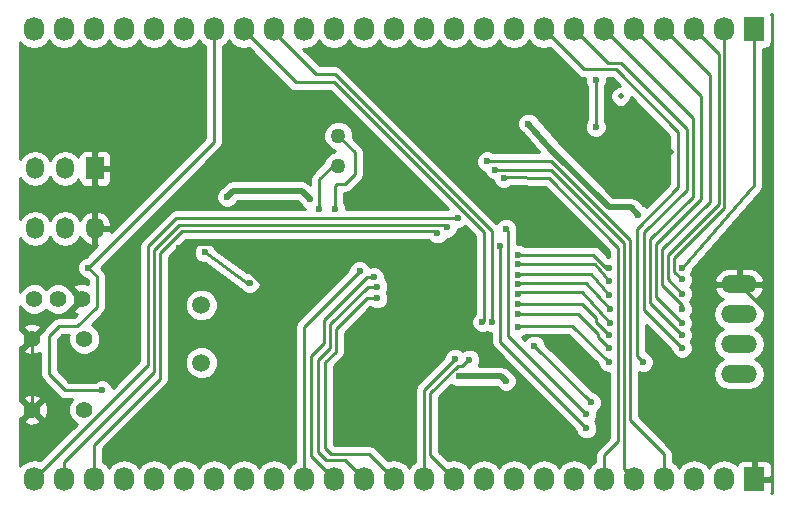
<source format=gbl>
G04 #@! TF.FileFunction,Copper,L2,Bot,Signal*
%FSLAX46Y46*%
G04 Gerber Fmt 4.6, Leading zero omitted, Abs format (unit mm)*
G04 Created by KiCad (PCBNEW 4.0.7-e2-6376~58~ubuntu14.04.1) date Wed Mar 28 12:10:58 2018*
%MOMM*%
%LPD*%
G01*
G04 APERTURE LIST*
%ADD10C,0.100000*%
%ADD11C,1.501140*%
%ADD12R,1.727200X2.032000*%
%ADD13O,1.727200X2.032000*%
%ADD14C,1.397000*%
%ADD15C,1.270000*%
%ADD16O,3.014980X1.506220*%
%ADD17C,1.400000*%
%ADD18R,1.524000X1.824000*%
%ADD19O,1.524000X1.824000*%
%ADD20C,0.500000*%
%ADD21C,0.600000*%
%ADD22C,0.500000*%
%ADD23C,0.250000*%
%ADD24C,0.254000*%
G04 APERTURE END LIST*
D10*
D11*
X131000000Y-99559060D03*
X131000000Y-104440940D03*
D12*
X177800000Y-76200000D03*
D13*
X175260000Y-76200000D03*
X172720000Y-76200000D03*
X170180000Y-76200000D03*
X167640000Y-76200000D03*
X165100000Y-76200000D03*
X162560000Y-76200000D03*
X160020000Y-76200000D03*
X157480000Y-76200000D03*
X154940000Y-76200000D03*
X152400000Y-76200000D03*
X149860000Y-76200000D03*
X147320000Y-76200000D03*
X144780000Y-76200000D03*
X142240000Y-76200000D03*
X139700000Y-76200000D03*
X137160000Y-76200000D03*
X134620000Y-76200000D03*
X132080000Y-76200000D03*
X129540000Y-76200000D03*
X127000000Y-76200000D03*
X124460000Y-76200000D03*
X121920000Y-76200000D03*
X119380000Y-76200000D03*
X116840000Y-76200000D03*
D12*
X177800000Y-114300000D03*
D13*
X175260000Y-114300000D03*
X172720000Y-114300000D03*
X170180000Y-114300000D03*
X167640000Y-114300000D03*
X165100000Y-114300000D03*
X162560000Y-114300000D03*
X160020000Y-114300000D03*
X157480000Y-114300000D03*
X154940000Y-114300000D03*
X152400000Y-114300000D03*
X149860000Y-114300000D03*
X147320000Y-114300000D03*
X144780000Y-114300000D03*
X142240000Y-114300000D03*
X139700000Y-114300000D03*
X137160000Y-114300000D03*
X134620000Y-114300000D03*
X132080000Y-114300000D03*
X129540000Y-114300000D03*
X127000000Y-114300000D03*
X124460000Y-114300000D03*
X121920000Y-114300000D03*
X119380000Y-114300000D03*
X116840000Y-114300000D03*
D14*
X116690000Y-102420000D03*
X121090000Y-102420000D03*
X116690000Y-108420000D03*
X121090000Y-108420000D03*
D15*
X142600000Y-87770000D03*
X142600000Y-85230000D03*
D16*
X176530000Y-97790000D03*
X176530000Y-105410000D03*
X176530000Y-102870000D03*
X176530000Y-100330000D03*
D17*
X120870000Y-99060000D03*
X118870000Y-99060000D03*
X116870000Y-99060000D03*
D18*
X122000000Y-88000000D03*
D19*
X122000000Y-93080000D03*
X119460000Y-88000000D03*
X119460000Y-93080000D03*
X116920000Y-88000000D03*
X116920000Y-93080000D03*
D20*
X122800000Y-83700000D03*
X165700000Y-88000000D03*
X135500000Y-109600000D03*
X136900000Y-104800000D03*
X170800000Y-86600000D03*
X178900000Y-80100000D03*
X125500000Y-102400000D03*
X166500000Y-81900000D03*
D21*
X146100000Y-104700000D03*
X146200000Y-109200000D03*
X160400000Y-91500000D03*
X164700000Y-94500000D03*
X136200000Y-79500000D03*
X150800000Y-82600000D03*
X158800000Y-82600000D03*
X146600000Y-88700000D03*
X148700000Y-89800000D03*
X149100000Y-95300000D03*
X153100000Y-93600000D03*
X140000000Y-88800000D03*
X133000000Y-89100000D03*
X136400000Y-98100000D03*
X129100000Y-94700000D03*
X135100000Y-94300000D03*
X158700000Y-84200000D03*
X168000000Y-91900000D03*
X156800000Y-106000000D03*
X164000000Y-107800000D03*
X159200000Y-103000000D03*
X133200000Y-90400000D03*
X140200000Y-90600000D03*
X131300000Y-95100000D03*
X152800000Y-105600000D03*
X135100000Y-97700000D03*
X141000000Y-91400000D03*
X142300000Y-91400000D03*
X157800000Y-95300000D03*
X165500000Y-96400000D03*
X171700000Y-96400000D03*
X165500000Y-97500000D03*
X171700000Y-97400000D03*
X157800000Y-96100000D03*
X171700000Y-98600000D03*
X165500000Y-98700000D03*
X157800000Y-97000000D03*
X157800000Y-97800000D03*
X165600000Y-99900000D03*
X171700000Y-99900000D03*
X171700000Y-101100000D03*
X165600000Y-101100000D03*
X157800000Y-98600000D03*
X171700000Y-102100000D03*
X165500000Y-102100000D03*
X157800000Y-99500000D03*
X157800000Y-100300000D03*
X165500000Y-103200000D03*
X171700000Y-103200000D03*
X157800000Y-101400000D03*
X165500000Y-104400000D03*
X168400000Y-104400000D03*
X164400000Y-80500000D03*
X164400000Y-84500000D03*
X155600000Y-101000000D03*
X154800000Y-101000000D03*
X122600000Y-106800000D03*
X121400000Y-96400000D03*
X163600000Y-108800000D03*
X156800000Y-93100000D03*
X163600000Y-110000000D03*
X156300000Y-94600000D03*
X155200000Y-87400000D03*
X155900000Y-88100000D03*
X156600000Y-88800000D03*
X153700000Y-104200000D03*
X152500000Y-104100000D03*
X145900000Y-99000000D03*
X145900000Y-98000000D03*
X145600000Y-97200000D03*
X144400000Y-96700000D03*
X151000000Y-93500000D03*
X151800000Y-93000000D03*
X152700000Y-92200000D03*
D22*
X146100000Y-109100000D02*
X146100000Y-104700000D01*
X146200000Y-109200000D02*
X146100000Y-109100000D01*
D23*
X160400000Y-91500000D02*
X163400000Y-94500000D01*
X163400000Y-94500000D02*
X164700000Y-94500000D01*
D22*
X146600000Y-86700000D02*
X146600000Y-88700000D01*
X143400000Y-83500000D02*
X146600000Y-86700000D01*
X140200000Y-83500000D02*
X143400000Y-83500000D01*
X136200000Y-79500000D02*
X140200000Y-83500000D01*
X158800000Y-82600000D02*
X150800000Y-82600000D01*
D23*
X116690000Y-102420000D02*
X116690000Y-102400000D01*
X116690000Y-102400000D02*
X118630000Y-100460000D01*
X119470000Y-100460000D02*
X120870000Y-99060000D01*
X118630000Y-100460000D02*
X119470000Y-100460000D01*
X177800000Y-114300000D02*
X177800000Y-108500000D01*
X177800000Y-108500000D02*
X178800000Y-107500000D01*
X178800000Y-107500000D02*
X178800000Y-100060000D01*
X178800000Y-100060000D02*
X176530000Y-97790000D01*
X146600000Y-88700000D02*
X147700000Y-89800000D01*
X147700000Y-89800000D02*
X148700000Y-89800000D01*
X151400000Y-95300000D02*
X149100000Y-95300000D01*
X153100000Y-93600000D02*
X151400000Y-95300000D01*
X134400000Y-88800000D02*
X140000000Y-88800000D01*
X133000000Y-89100000D02*
X134400000Y-88800000D01*
X135100000Y-94300000D02*
X135100000Y-96800000D01*
X135100000Y-96800000D02*
X136400000Y-98100000D01*
X129400000Y-94400000D02*
X129100000Y-94700000D01*
X135000000Y-94400000D02*
X129400000Y-94400000D01*
X135100000Y-94300000D02*
X135000000Y-94400000D01*
X116690000Y-102420000D02*
X116690000Y-108420000D01*
X120870000Y-99060000D02*
X120870000Y-99090000D01*
D22*
X160600000Y-86400000D02*
X158700000Y-84200000D01*
X165500000Y-91300000D02*
X160600000Y-86400000D01*
X167400000Y-91300000D02*
X165500000Y-91300000D01*
X167400000Y-91300000D02*
X168000000Y-91900000D01*
D23*
X164000000Y-107800000D02*
X164000000Y-107800000D01*
X159200000Y-103000000D02*
X164000000Y-107800000D01*
D22*
X133200000Y-90400000D02*
X133700000Y-89900000D01*
X133700000Y-89900000D02*
X139500000Y-89900000D01*
X139500000Y-89900000D02*
X140200000Y-90600000D01*
D23*
X131300000Y-95100000D02*
X134900000Y-97700000D01*
D22*
X152800000Y-105600000D02*
X156400000Y-105600000D01*
X156400000Y-105600000D02*
X156800000Y-106000000D01*
D23*
X134900000Y-97700000D02*
X135100000Y-97700000D01*
X141000000Y-88900000D02*
X142130000Y-87770000D01*
X141000000Y-91400000D02*
X141000000Y-88900000D01*
X142130000Y-87770000D02*
X142600000Y-87770000D01*
X144000000Y-86630000D02*
X142600000Y-85230000D01*
X144000000Y-88500000D02*
X144000000Y-86630000D01*
X143200000Y-89300000D02*
X144000000Y-88500000D01*
X142500000Y-89300000D02*
X143200000Y-89300000D01*
X142300000Y-89500000D02*
X142500000Y-89300000D01*
X142300000Y-91400000D02*
X142300000Y-89500000D01*
X157800000Y-95300000D02*
X164200000Y-95300000D01*
X164200000Y-95300000D02*
X165300000Y-96400000D01*
X165300000Y-96400000D02*
X165500000Y-96400000D01*
X171700000Y-96400000D02*
X177800000Y-89385000D01*
X177800000Y-76160000D02*
X177800000Y-89385000D01*
X171050000Y-95550000D02*
X171050000Y-96750000D01*
X157800000Y-96100000D02*
X164300000Y-96100000D01*
X164300000Y-96100000D02*
X165500000Y-97500000D01*
X171050000Y-95550000D02*
X175270367Y-91329633D01*
X175270367Y-91329633D02*
X175259931Y-76100000D01*
X171050000Y-96750000D02*
X171700000Y-97400000D01*
X157800000Y-96100000D02*
X157800000Y-96100000D01*
X170500000Y-95300000D02*
X170500000Y-97400000D01*
X170500000Y-95300000D02*
X174800000Y-91000000D01*
X174800000Y-91000000D02*
X174800000Y-78280000D01*
X174800000Y-78280000D02*
X172720000Y-76200000D01*
X170500000Y-97400000D02*
X171700000Y-98600000D01*
X164000000Y-96900000D02*
X165500000Y-98700000D01*
X157900000Y-96900000D02*
X164000000Y-96900000D01*
X157800000Y-97000000D02*
X157900000Y-96900000D01*
X170000000Y-94900000D02*
X170000000Y-97900000D01*
X170180000Y-76200000D02*
X174100000Y-80120000D01*
X174100000Y-90800000D02*
X174100000Y-80120000D01*
X170050000Y-94850000D02*
X174100000Y-90800000D01*
X170000000Y-94900000D02*
X170050000Y-94850000D01*
X171700000Y-99600000D02*
X171700000Y-99900000D01*
X170000000Y-97900000D02*
X171700000Y-99600000D01*
X157800000Y-97800000D02*
X157900000Y-97700000D01*
X157900000Y-97700000D02*
X163600000Y-97700000D01*
X163600000Y-97700000D02*
X165600000Y-99900000D01*
X171700000Y-99900000D02*
X171600000Y-99800000D01*
X169500000Y-94400000D02*
X169500000Y-98900000D01*
X167640000Y-76200000D02*
X173300000Y-81860000D01*
X173300000Y-90600000D02*
X173300000Y-81860000D01*
X169500000Y-94400000D02*
X173300000Y-90600000D01*
X169500000Y-98900000D02*
X171700000Y-101100000D01*
X171700000Y-101100000D02*
X171600000Y-101000000D01*
X163200000Y-98500000D02*
X165600000Y-101100000D01*
X157900000Y-98500000D02*
X163200000Y-98500000D01*
X157800000Y-98600000D02*
X157900000Y-98500000D01*
X172600000Y-83700000D02*
X165050000Y-76150000D01*
X172600000Y-90400000D02*
X172600000Y-83700000D01*
X169000000Y-94000000D02*
X172600000Y-90400000D01*
X169000000Y-99400000D02*
X169000000Y-94000000D01*
X171700000Y-102100000D02*
X169000000Y-99400000D01*
X164400000Y-101000000D02*
X165500000Y-102100000D01*
X164400000Y-100700000D02*
X164400000Y-101000000D01*
X163200000Y-99500000D02*
X164400000Y-100700000D01*
X157800000Y-99500000D02*
X163200000Y-99500000D01*
X166500000Y-79100000D02*
X165460000Y-79100000D01*
X157800000Y-100300000D02*
X162900000Y-100300000D01*
X162900000Y-100300000D02*
X164600000Y-102000000D01*
X164600000Y-102000000D02*
X164600000Y-102300000D01*
X164600000Y-102300000D02*
X165500000Y-103200000D01*
X171700000Y-103200000D02*
X168500000Y-100000000D01*
X168500000Y-100000000D02*
X168500000Y-93400000D01*
X168500000Y-93400000D02*
X172100000Y-89800000D01*
X172100000Y-89800000D02*
X172100000Y-84700000D01*
X172100000Y-84700000D02*
X166500000Y-79100000D01*
X165460000Y-79100000D02*
X162560000Y-76200000D01*
X164100000Y-79600000D02*
X163420000Y-79600000D01*
X157800000Y-101400000D02*
X157900000Y-101300000D01*
X157900000Y-101300000D02*
X162400000Y-101300000D01*
X162400000Y-101300000D02*
X165500000Y-104400000D01*
X168400000Y-104400000D02*
X167900000Y-103900000D01*
X167900000Y-103900000D02*
X167900000Y-93100000D01*
X167900000Y-93100000D02*
X171400000Y-89600000D01*
X171400000Y-89600000D02*
X171400000Y-84900000D01*
X171400000Y-84900000D02*
X166100000Y-79600000D01*
X166100000Y-79600000D02*
X164100000Y-79600000D01*
X163420000Y-79600000D02*
X160020000Y-76200000D01*
X164400000Y-84500000D02*
X164400000Y-80500000D01*
X140700000Y-80000000D02*
X137100000Y-76400000D01*
X142300000Y-80000000D02*
X140700000Y-80000000D01*
X155600000Y-93300000D02*
X142300000Y-80000000D01*
X155600000Y-101000000D02*
X155600000Y-93300000D01*
X139000000Y-80700000D02*
X134600000Y-76300000D01*
X142200000Y-80700000D02*
X139000000Y-80700000D01*
X154900000Y-93400000D02*
X142200000Y-80700000D01*
X154900000Y-100900000D02*
X154900000Y-93400000D01*
X154800000Y-101000000D02*
X154900000Y-100900000D01*
X122135000Y-99740000D02*
X122135000Y-97135000D01*
X122600000Y-106800000D02*
X119500000Y-106800000D01*
X119500000Y-106800000D02*
X118100000Y-105400000D01*
X118100000Y-105400000D02*
X118100000Y-102200000D01*
X118100000Y-102200000D02*
X118925000Y-101375000D01*
X118925000Y-101375000D02*
X120500000Y-101375000D01*
X120500000Y-101375000D02*
X122135000Y-99740000D01*
X122135000Y-97135000D02*
X121400000Y-96400000D01*
X132080000Y-85720000D02*
X132080000Y-76130000D01*
X121400000Y-96400000D02*
X132080000Y-85720000D01*
X157000000Y-102200000D02*
X163600000Y-108800000D01*
X157000000Y-93300000D02*
X157000000Y-102200000D01*
X156800000Y-93100000D02*
X157000000Y-93300000D01*
X156300000Y-102700000D02*
X163600000Y-110000000D01*
X156300000Y-94600000D02*
X156300000Y-102700000D01*
X156300000Y-94600000D02*
X156300000Y-94600000D01*
X170180000Y-114300000D02*
X170180000Y-112180000D01*
X155200000Y-87400000D02*
X156000000Y-87400000D01*
X156000000Y-87400000D02*
X160600000Y-87400000D01*
X160600000Y-87400000D02*
X167300000Y-94100000D01*
X167300000Y-94100000D02*
X167300000Y-109300000D01*
X167300000Y-109300000D02*
X170000000Y-112000000D01*
X170180000Y-112180000D02*
X170000000Y-112000000D01*
X166800000Y-112600000D02*
X166800000Y-113460000D01*
X166800000Y-94300000D02*
X166800000Y-112600000D01*
X160600000Y-88100000D02*
X166800000Y-94300000D01*
X156700000Y-88100000D02*
X160600000Y-88100000D01*
X155900000Y-88100000D02*
X156700000Y-88100000D01*
X166800000Y-113460000D02*
X167640000Y-114300000D01*
X166960000Y-113620000D02*
X167640000Y-114300000D01*
X165100000Y-112300000D02*
X165100000Y-114300000D01*
X166300000Y-111100000D02*
X165100000Y-112300000D01*
X166300000Y-94700000D02*
X166300000Y-111100000D01*
X160400000Y-88800000D02*
X166300000Y-94700000D01*
X156700000Y-88700000D02*
X160400000Y-88800000D01*
X156600000Y-88800000D02*
X156700000Y-88700000D01*
X153700000Y-104200000D02*
X153600000Y-104200000D01*
X150400000Y-112300000D02*
X152400000Y-114300000D01*
X150400000Y-107000000D02*
X150400000Y-112300000D01*
X152700000Y-104700000D02*
X150400000Y-107000000D01*
X153100000Y-104700000D02*
X152700000Y-104700000D01*
X153600000Y-104200000D02*
X153100000Y-104700000D01*
X149860000Y-106740000D02*
X149860000Y-114300000D01*
X152500000Y-104100000D02*
X149860000Y-106740000D01*
X145900000Y-99000000D02*
X145000000Y-99000000D01*
X145220000Y-112200000D02*
X147320000Y-114300000D01*
X142000000Y-112200000D02*
X145220000Y-112200000D01*
X141500000Y-111700000D02*
X142000000Y-112200000D01*
X141500000Y-104400000D02*
X141500000Y-111700000D01*
X142400000Y-103500000D02*
X141500000Y-104400000D01*
X142400000Y-101600000D02*
X142400000Y-103500000D01*
X145000000Y-99000000D02*
X142400000Y-101600000D01*
X145900000Y-98000000D02*
X145100000Y-98000000D01*
X143180000Y-112700000D02*
X144780000Y-114300000D01*
X141600000Y-112700000D02*
X143180000Y-112700000D01*
X140900000Y-112000000D02*
X141600000Y-112700000D01*
X140900000Y-104200000D02*
X140900000Y-112000000D01*
X141900000Y-103200000D02*
X140900000Y-104200000D01*
X141900000Y-101200000D02*
X141900000Y-103200000D01*
X145100000Y-98000000D02*
X141900000Y-101200000D01*
X145600000Y-97200000D02*
X145000000Y-97200000D01*
X140300000Y-112360000D02*
X142240000Y-114300000D01*
X140300000Y-103900000D02*
X140300000Y-112360000D01*
X141400000Y-102800000D02*
X140300000Y-103900000D01*
X141400000Y-100800000D02*
X141400000Y-102800000D01*
X145000000Y-97200000D02*
X141400000Y-100800000D01*
X139700000Y-101400000D02*
X139700000Y-114300000D01*
X144400000Y-96700000D02*
X139700000Y-101400000D01*
X121920000Y-111380000D02*
X121920000Y-114300000D01*
X127500000Y-105800000D02*
X121920000Y-111380000D01*
X127500000Y-95200000D02*
X127500000Y-105800000D01*
X129400000Y-93300000D02*
X127500000Y-95200000D01*
X150800000Y-93300000D02*
X129400000Y-93300000D01*
X151000000Y-93500000D02*
X150800000Y-93300000D01*
X119380000Y-112820000D02*
X119380000Y-114300000D01*
X127000000Y-105200000D02*
X119380000Y-112820000D01*
X127000000Y-94900000D02*
X127000000Y-105200000D01*
X129100000Y-92800000D02*
X127000000Y-94900000D01*
X151600000Y-92800000D02*
X129100000Y-92800000D01*
X151800000Y-93000000D02*
X151600000Y-92800000D01*
X126500000Y-104640000D02*
X116840000Y-114300000D01*
X126500000Y-94600000D02*
X126500000Y-104640000D01*
X128900000Y-92200000D02*
X126500000Y-94600000D01*
X152800000Y-92200000D02*
X128900000Y-92200000D01*
D24*
G36*
X179315000Y-115515000D02*
X179268490Y-115515000D01*
X179298600Y-115442309D01*
X179298600Y-114585750D01*
X179139850Y-114427000D01*
X177927000Y-114427000D01*
X177927000Y-114447000D01*
X177673000Y-114447000D01*
X177673000Y-114427000D01*
X177653000Y-114427000D01*
X177653000Y-114173000D01*
X177673000Y-114173000D01*
X177673000Y-112807750D01*
X177927000Y-112807750D01*
X177927000Y-114173000D01*
X179139850Y-114173000D01*
X179298600Y-114014250D01*
X179298600Y-113157691D01*
X179201927Y-112924302D01*
X179023299Y-112745673D01*
X178789910Y-112649000D01*
X178085750Y-112649000D01*
X177927000Y-112807750D01*
X177673000Y-112807750D01*
X177514250Y-112649000D01*
X176810090Y-112649000D01*
X176576701Y-112745673D01*
X176398073Y-112924302D01*
X176334500Y-113077780D01*
X176319670Y-113055585D01*
X175833489Y-112730729D01*
X175260000Y-112616655D01*
X174686511Y-112730729D01*
X174200330Y-113055585D01*
X173990000Y-113370366D01*
X173779670Y-113055585D01*
X173293489Y-112730729D01*
X172720000Y-112616655D01*
X172146511Y-112730729D01*
X171660330Y-113055585D01*
X171450000Y-113370366D01*
X171239670Y-113055585D01*
X170940000Y-112855352D01*
X170940000Y-112180000D01*
X170882148Y-111889161D01*
X170882148Y-111889160D01*
X170717401Y-111642599D01*
X168060000Y-108985198D01*
X168060000Y-105271223D01*
X168213201Y-105334838D01*
X168585167Y-105335162D01*
X168928943Y-105193117D01*
X169192192Y-104930327D01*
X169334838Y-104586799D01*
X169335162Y-104214833D01*
X169193117Y-103871057D01*
X168930327Y-103607808D01*
X168660000Y-103495558D01*
X168660000Y-101234802D01*
X170764878Y-103339680D01*
X170764838Y-103385167D01*
X170906883Y-103728943D01*
X171169673Y-103992192D01*
X171513201Y-104134838D01*
X171885167Y-104135162D01*
X172228943Y-103993117D01*
X172492192Y-103730327D01*
X172634838Y-103386799D01*
X172635162Y-103014833D01*
X172493117Y-102671057D01*
X172472290Y-102650194D01*
X172492192Y-102630327D01*
X172634838Y-102286799D01*
X172635162Y-101914833D01*
X172504931Y-101599649D01*
X172634838Y-101286799D01*
X172635162Y-100914833D01*
X172493117Y-100571057D01*
X172422290Y-100500107D01*
X172492192Y-100430327D01*
X172533851Y-100330000D01*
X174345536Y-100330000D01*
X174451200Y-100861207D01*
X174752104Y-101311542D01*
X175183812Y-101600000D01*
X174752104Y-101888458D01*
X174451200Y-102338793D01*
X174345536Y-102870000D01*
X174451200Y-103401207D01*
X174752104Y-103851542D01*
X175183812Y-104140000D01*
X174752104Y-104428458D01*
X174451200Y-104878793D01*
X174345536Y-105410000D01*
X174451200Y-105941207D01*
X174752104Y-106391542D01*
X175202439Y-106692446D01*
X175733646Y-106798110D01*
X177326354Y-106798110D01*
X177857561Y-106692446D01*
X178307896Y-106391542D01*
X178608800Y-105941207D01*
X178714464Y-105410000D01*
X178608800Y-104878793D01*
X178307896Y-104428458D01*
X177876188Y-104140000D01*
X178307896Y-103851542D01*
X178608800Y-103401207D01*
X178714464Y-102870000D01*
X178608800Y-102338793D01*
X178307896Y-101888458D01*
X177876188Y-101600000D01*
X178307896Y-101311542D01*
X178608800Y-100861207D01*
X178714464Y-100330000D01*
X178608800Y-99798793D01*
X178307896Y-99348458D01*
X177857561Y-99047554D01*
X177854694Y-99046984D01*
X177932919Y-99023846D01*
X178355724Y-98681740D01*
X178615427Y-98203875D01*
X178629783Y-98131674D01*
X178507162Y-97917000D01*
X176657000Y-97917000D01*
X176657000Y-97937000D01*
X176403000Y-97937000D01*
X176403000Y-97917000D01*
X174552838Y-97917000D01*
X174430217Y-98131674D01*
X174444573Y-98203875D01*
X174704276Y-98681740D01*
X175127081Y-99023846D01*
X175205306Y-99046984D01*
X175202439Y-99047554D01*
X174752104Y-99348458D01*
X174451200Y-99798793D01*
X174345536Y-100330000D01*
X172533851Y-100330000D01*
X172634838Y-100086799D01*
X172635162Y-99714833D01*
X172493117Y-99371057D01*
X172372290Y-99250019D01*
X172492192Y-99130327D01*
X172634838Y-98786799D01*
X172635162Y-98414833D01*
X172493117Y-98071057D01*
X172422290Y-98000107D01*
X172492192Y-97930327D01*
X172634838Y-97586799D01*
X172634958Y-97448326D01*
X174430217Y-97448326D01*
X174552838Y-97663000D01*
X176403000Y-97663000D01*
X176403000Y-96401890D01*
X176657000Y-96401890D01*
X176657000Y-97663000D01*
X178507162Y-97663000D01*
X178629783Y-97448326D01*
X178615427Y-97376125D01*
X178355724Y-96898260D01*
X177932919Y-96556154D01*
X177411380Y-96401890D01*
X176657000Y-96401890D01*
X176403000Y-96401890D01*
X175648620Y-96401890D01*
X175127081Y-96556154D01*
X174704276Y-96898260D01*
X174444573Y-97376125D01*
X174430217Y-97448326D01*
X172634958Y-97448326D01*
X172635162Y-97214833D01*
X172504931Y-96899649D01*
X172634838Y-96586799D01*
X172634928Y-96483053D01*
X178373500Y-89883696D01*
X178434204Y-89777524D01*
X178502148Y-89675839D01*
X178507379Y-89649542D01*
X178520687Y-89626266D01*
X178536140Y-89504951D01*
X178560000Y-89385000D01*
X178560000Y-77863440D01*
X178663600Y-77863440D01*
X178898917Y-77819162D01*
X179115041Y-77680090D01*
X179260031Y-77467890D01*
X179311040Y-77216000D01*
X179311040Y-75184000D01*
X179266762Y-74948683D01*
X179225783Y-74885000D01*
X179315000Y-74885000D01*
X179315000Y-115515000D01*
X179315000Y-115515000D01*
G37*
X179315000Y-115515000D02*
X179268490Y-115515000D01*
X179298600Y-115442309D01*
X179298600Y-114585750D01*
X179139850Y-114427000D01*
X177927000Y-114427000D01*
X177927000Y-114447000D01*
X177673000Y-114447000D01*
X177673000Y-114427000D01*
X177653000Y-114427000D01*
X177653000Y-114173000D01*
X177673000Y-114173000D01*
X177673000Y-112807750D01*
X177927000Y-112807750D01*
X177927000Y-114173000D01*
X179139850Y-114173000D01*
X179298600Y-114014250D01*
X179298600Y-113157691D01*
X179201927Y-112924302D01*
X179023299Y-112745673D01*
X178789910Y-112649000D01*
X178085750Y-112649000D01*
X177927000Y-112807750D01*
X177673000Y-112807750D01*
X177514250Y-112649000D01*
X176810090Y-112649000D01*
X176576701Y-112745673D01*
X176398073Y-112924302D01*
X176334500Y-113077780D01*
X176319670Y-113055585D01*
X175833489Y-112730729D01*
X175260000Y-112616655D01*
X174686511Y-112730729D01*
X174200330Y-113055585D01*
X173990000Y-113370366D01*
X173779670Y-113055585D01*
X173293489Y-112730729D01*
X172720000Y-112616655D01*
X172146511Y-112730729D01*
X171660330Y-113055585D01*
X171450000Y-113370366D01*
X171239670Y-113055585D01*
X170940000Y-112855352D01*
X170940000Y-112180000D01*
X170882148Y-111889161D01*
X170882148Y-111889160D01*
X170717401Y-111642599D01*
X168060000Y-108985198D01*
X168060000Y-105271223D01*
X168213201Y-105334838D01*
X168585167Y-105335162D01*
X168928943Y-105193117D01*
X169192192Y-104930327D01*
X169334838Y-104586799D01*
X169335162Y-104214833D01*
X169193117Y-103871057D01*
X168930327Y-103607808D01*
X168660000Y-103495558D01*
X168660000Y-101234802D01*
X170764878Y-103339680D01*
X170764838Y-103385167D01*
X170906883Y-103728943D01*
X171169673Y-103992192D01*
X171513201Y-104134838D01*
X171885167Y-104135162D01*
X172228943Y-103993117D01*
X172492192Y-103730327D01*
X172634838Y-103386799D01*
X172635162Y-103014833D01*
X172493117Y-102671057D01*
X172472290Y-102650194D01*
X172492192Y-102630327D01*
X172634838Y-102286799D01*
X172635162Y-101914833D01*
X172504931Y-101599649D01*
X172634838Y-101286799D01*
X172635162Y-100914833D01*
X172493117Y-100571057D01*
X172422290Y-100500107D01*
X172492192Y-100430327D01*
X172533851Y-100330000D01*
X174345536Y-100330000D01*
X174451200Y-100861207D01*
X174752104Y-101311542D01*
X175183812Y-101600000D01*
X174752104Y-101888458D01*
X174451200Y-102338793D01*
X174345536Y-102870000D01*
X174451200Y-103401207D01*
X174752104Y-103851542D01*
X175183812Y-104140000D01*
X174752104Y-104428458D01*
X174451200Y-104878793D01*
X174345536Y-105410000D01*
X174451200Y-105941207D01*
X174752104Y-106391542D01*
X175202439Y-106692446D01*
X175733646Y-106798110D01*
X177326354Y-106798110D01*
X177857561Y-106692446D01*
X178307896Y-106391542D01*
X178608800Y-105941207D01*
X178714464Y-105410000D01*
X178608800Y-104878793D01*
X178307896Y-104428458D01*
X177876188Y-104140000D01*
X178307896Y-103851542D01*
X178608800Y-103401207D01*
X178714464Y-102870000D01*
X178608800Y-102338793D01*
X178307896Y-101888458D01*
X177876188Y-101600000D01*
X178307896Y-101311542D01*
X178608800Y-100861207D01*
X178714464Y-100330000D01*
X178608800Y-99798793D01*
X178307896Y-99348458D01*
X177857561Y-99047554D01*
X177854694Y-99046984D01*
X177932919Y-99023846D01*
X178355724Y-98681740D01*
X178615427Y-98203875D01*
X178629783Y-98131674D01*
X178507162Y-97917000D01*
X176657000Y-97917000D01*
X176657000Y-97937000D01*
X176403000Y-97937000D01*
X176403000Y-97917000D01*
X174552838Y-97917000D01*
X174430217Y-98131674D01*
X174444573Y-98203875D01*
X174704276Y-98681740D01*
X175127081Y-99023846D01*
X175205306Y-99046984D01*
X175202439Y-99047554D01*
X174752104Y-99348458D01*
X174451200Y-99798793D01*
X174345536Y-100330000D01*
X172533851Y-100330000D01*
X172634838Y-100086799D01*
X172635162Y-99714833D01*
X172493117Y-99371057D01*
X172372290Y-99250019D01*
X172492192Y-99130327D01*
X172634838Y-98786799D01*
X172635162Y-98414833D01*
X172493117Y-98071057D01*
X172422290Y-98000107D01*
X172492192Y-97930327D01*
X172634838Y-97586799D01*
X172634958Y-97448326D01*
X174430217Y-97448326D01*
X174552838Y-97663000D01*
X176403000Y-97663000D01*
X176403000Y-96401890D01*
X176657000Y-96401890D01*
X176657000Y-97663000D01*
X178507162Y-97663000D01*
X178629783Y-97448326D01*
X178615427Y-97376125D01*
X178355724Y-96898260D01*
X177932919Y-96556154D01*
X177411380Y-96401890D01*
X176657000Y-96401890D01*
X176403000Y-96401890D01*
X175648620Y-96401890D01*
X175127081Y-96556154D01*
X174704276Y-96898260D01*
X174444573Y-97376125D01*
X174430217Y-97448326D01*
X172634958Y-97448326D01*
X172635162Y-97214833D01*
X172504931Y-96899649D01*
X172634838Y-96586799D01*
X172634928Y-96483053D01*
X178373500Y-89883696D01*
X178434204Y-89777524D01*
X178502148Y-89675839D01*
X178507379Y-89649542D01*
X178520687Y-89626266D01*
X178536140Y-89504951D01*
X178560000Y-89385000D01*
X178560000Y-77863440D01*
X178663600Y-77863440D01*
X178898917Y-77819162D01*
X179115041Y-77680090D01*
X179260031Y-77467890D01*
X179311040Y-77216000D01*
X179311040Y-75184000D01*
X179266762Y-74948683D01*
X179225783Y-74885000D01*
X179315000Y-74885000D01*
X179315000Y-115515000D01*
G36*
X154140000Y-93714802D02*
X154140000Y-100337711D01*
X154007808Y-100469673D01*
X153865162Y-100813201D01*
X153864838Y-101185167D01*
X154006883Y-101528943D01*
X154269673Y-101792192D01*
X154613201Y-101934838D01*
X154985167Y-101935162D01*
X155200104Y-101846352D01*
X155413201Y-101934838D01*
X155540000Y-101934948D01*
X155540000Y-102700000D01*
X155597852Y-102990839D01*
X155762599Y-103237401D01*
X162664878Y-110139680D01*
X162664838Y-110185167D01*
X162806883Y-110528943D01*
X163069673Y-110792192D01*
X163413201Y-110934838D01*
X163785167Y-110935162D01*
X164128943Y-110793117D01*
X164392192Y-110530327D01*
X164534838Y-110186799D01*
X164535162Y-109814833D01*
X164393117Y-109471057D01*
X164322290Y-109400107D01*
X164392192Y-109330327D01*
X164534838Y-108986799D01*
X164535162Y-108614833D01*
X164526591Y-108594089D01*
X164528943Y-108593117D01*
X164792192Y-108330327D01*
X164934838Y-107986799D01*
X164935162Y-107614833D01*
X164793117Y-107271057D01*
X164530327Y-107007808D01*
X164186799Y-106865162D01*
X164139923Y-106865121D01*
X160135122Y-102860320D01*
X160135162Y-102814833D01*
X159993117Y-102471057D01*
X159730327Y-102207808D01*
X159386799Y-102065162D01*
X159014833Y-102064838D01*
X158671057Y-102206883D01*
X158407808Y-102469673D01*
X158389226Y-102514424D01*
X158144238Y-102269436D01*
X158328943Y-102193117D01*
X158462293Y-102060000D01*
X162085198Y-102060000D01*
X164564878Y-104539680D01*
X164564838Y-104585167D01*
X164706883Y-104928943D01*
X164969673Y-105192192D01*
X165313201Y-105334838D01*
X165540000Y-105335036D01*
X165540000Y-110785198D01*
X164562599Y-111762599D01*
X164397852Y-112009161D01*
X164340000Y-112300000D01*
X164340000Y-112855352D01*
X164040330Y-113055585D01*
X163830000Y-113370366D01*
X163619670Y-113055585D01*
X163133489Y-112730729D01*
X162560000Y-112616655D01*
X161986511Y-112730729D01*
X161500330Y-113055585D01*
X161290000Y-113370366D01*
X161079670Y-113055585D01*
X160593489Y-112730729D01*
X160020000Y-112616655D01*
X159446511Y-112730729D01*
X158960330Y-113055585D01*
X158750000Y-113370366D01*
X158539670Y-113055585D01*
X158053489Y-112730729D01*
X157480000Y-112616655D01*
X156906511Y-112730729D01*
X156420330Y-113055585D01*
X156210000Y-113370366D01*
X155999670Y-113055585D01*
X155513489Y-112730729D01*
X154940000Y-112616655D01*
X154366511Y-112730729D01*
X153880330Y-113055585D01*
X153670000Y-113370366D01*
X153459670Y-113055585D01*
X152973489Y-112730729D01*
X152400000Y-112616655D01*
X151892421Y-112717619D01*
X151160000Y-111985198D01*
X151160000Y-107314802D01*
X152176223Y-106298579D01*
X152269673Y-106392192D01*
X152613201Y-106534838D01*
X152985167Y-106535162D01*
X153106569Y-106485000D01*
X155988726Y-106485000D01*
X156006883Y-106528943D01*
X156269673Y-106792192D01*
X156613201Y-106934838D01*
X156985167Y-106935162D01*
X157328943Y-106793117D01*
X157592192Y-106530327D01*
X157734838Y-106186799D01*
X157735162Y-105814833D01*
X157593117Y-105471057D01*
X157330327Y-105207808D01*
X157209014Y-105157434D01*
X157025790Y-104974210D01*
X156958043Y-104928943D01*
X156738675Y-104782367D01*
X156682484Y-104771190D01*
X156400000Y-104714999D01*
X156399995Y-104715000D01*
X154498556Y-104715000D01*
X154634838Y-104386799D01*
X154635162Y-104014833D01*
X154493117Y-103671057D01*
X154230327Y-103407808D01*
X153886799Y-103265162D01*
X153514833Y-103264838D01*
X153171057Y-103406883D01*
X153150107Y-103427797D01*
X153030327Y-103307808D01*
X152686799Y-103165162D01*
X152314833Y-103164838D01*
X151971057Y-103306883D01*
X151707808Y-103569673D01*
X151565162Y-103913201D01*
X151565121Y-103960077D01*
X149322599Y-106202599D01*
X149157852Y-106449161D01*
X149100000Y-106740000D01*
X149100000Y-112855352D01*
X148800330Y-113055585D01*
X148590000Y-113370366D01*
X148379670Y-113055585D01*
X147893489Y-112730729D01*
X147320000Y-112616655D01*
X146812421Y-112717619D01*
X145757401Y-111662599D01*
X145510839Y-111497852D01*
X145220000Y-111440000D01*
X142314802Y-111440000D01*
X142260000Y-111385198D01*
X142260000Y-104714802D01*
X142937401Y-104037401D01*
X143102148Y-103790840D01*
X143160000Y-103500000D01*
X143160000Y-101914802D01*
X145314802Y-99760000D01*
X145337537Y-99760000D01*
X145369673Y-99792192D01*
X145713201Y-99934838D01*
X146085167Y-99935162D01*
X146428943Y-99793117D01*
X146692192Y-99530327D01*
X146834838Y-99186799D01*
X146835162Y-98814833D01*
X146704931Y-98499649D01*
X146834838Y-98186799D01*
X146835162Y-97814833D01*
X146693117Y-97471057D01*
X146534903Y-97312566D01*
X146535162Y-97014833D01*
X146393117Y-96671057D01*
X146130327Y-96407808D01*
X145786799Y-96265162D01*
X145414833Y-96264838D01*
X145258548Y-96329413D01*
X145193117Y-96171057D01*
X144930327Y-95907808D01*
X144586799Y-95765162D01*
X144214833Y-95764838D01*
X143871057Y-95906883D01*
X143607808Y-96169673D01*
X143465162Y-96513201D01*
X143465121Y-96560077D01*
X139162599Y-100862599D01*
X138997852Y-101109161D01*
X138940000Y-101400000D01*
X138940000Y-112855352D01*
X138640330Y-113055585D01*
X138430000Y-113370366D01*
X138219670Y-113055585D01*
X137733489Y-112730729D01*
X137160000Y-112616655D01*
X136586511Y-112730729D01*
X136100330Y-113055585D01*
X135890000Y-113370366D01*
X135679670Y-113055585D01*
X135193489Y-112730729D01*
X134620000Y-112616655D01*
X134046511Y-112730729D01*
X133560330Y-113055585D01*
X133350000Y-113370366D01*
X133139670Y-113055585D01*
X132653489Y-112730729D01*
X132080000Y-112616655D01*
X131506511Y-112730729D01*
X131020330Y-113055585D01*
X130810000Y-113370366D01*
X130599670Y-113055585D01*
X130113489Y-112730729D01*
X129540000Y-112616655D01*
X128966511Y-112730729D01*
X128480330Y-113055585D01*
X128270000Y-113370366D01*
X128059670Y-113055585D01*
X127573489Y-112730729D01*
X127000000Y-112616655D01*
X126426511Y-112730729D01*
X125940330Y-113055585D01*
X125730000Y-113370366D01*
X125519670Y-113055585D01*
X125033489Y-112730729D01*
X124460000Y-112616655D01*
X123886511Y-112730729D01*
X123400330Y-113055585D01*
X123190000Y-113370366D01*
X122979670Y-113055585D01*
X122680000Y-112855352D01*
X122680000Y-111694802D01*
X128037401Y-106337401D01*
X128202148Y-106090839D01*
X128260000Y-105800000D01*
X128260000Y-104715338D01*
X129614190Y-104715338D01*
X129824686Y-105224777D01*
X130214113Y-105614884D01*
X130723184Y-105826269D01*
X131274398Y-105826750D01*
X131783837Y-105616254D01*
X132173944Y-105226827D01*
X132385329Y-104717756D01*
X132385810Y-104166542D01*
X132175314Y-103657103D01*
X131785887Y-103266996D01*
X131276816Y-103055611D01*
X130725602Y-103055130D01*
X130216163Y-103265626D01*
X129826056Y-103655053D01*
X129614671Y-104164124D01*
X129614190Y-104715338D01*
X128260000Y-104715338D01*
X128260000Y-99833458D01*
X129614190Y-99833458D01*
X129824686Y-100342897D01*
X130214113Y-100733004D01*
X130723184Y-100944389D01*
X131274398Y-100944870D01*
X131783837Y-100734374D01*
X132173944Y-100344947D01*
X132385329Y-99835876D01*
X132385810Y-99284662D01*
X132175314Y-98775223D01*
X131785887Y-98385116D01*
X131276816Y-98173731D01*
X130725602Y-98173250D01*
X130216163Y-98383746D01*
X129826056Y-98773173D01*
X129614671Y-99282244D01*
X129614190Y-99833458D01*
X128260000Y-99833458D01*
X128260000Y-95514802D01*
X128489635Y-95285167D01*
X130364838Y-95285167D01*
X130506883Y-95628943D01*
X130769673Y-95892192D01*
X131113201Y-96034838D01*
X131296556Y-96034998D01*
X134295210Y-98200693D01*
X134306883Y-98228943D01*
X134569673Y-98492192D01*
X134913201Y-98634838D01*
X135285167Y-98635162D01*
X135628943Y-98493117D01*
X135892192Y-98230327D01*
X136034838Y-97886799D01*
X136035162Y-97514833D01*
X135893117Y-97171057D01*
X135630327Y-96907808D01*
X135286799Y-96765162D01*
X134914833Y-96764838D01*
X134907444Y-96767891D01*
X132189859Y-94805190D01*
X132093117Y-94571057D01*
X131830327Y-94307808D01*
X131486799Y-94165162D01*
X131114833Y-94164838D01*
X130771057Y-94306883D01*
X130507808Y-94569673D01*
X130365162Y-94913201D01*
X130364838Y-95285167D01*
X128489635Y-95285167D01*
X129714802Y-94060000D01*
X150237886Y-94060000D01*
X150469673Y-94292192D01*
X150813201Y-94434838D01*
X151185167Y-94435162D01*
X151528943Y-94293117D01*
X151792192Y-94030327D01*
X151831764Y-93935028D01*
X151985167Y-93935162D01*
X152328943Y-93793117D01*
X152592192Y-93530327D01*
X152734838Y-93186799D01*
X152734883Y-93135031D01*
X152885167Y-93135162D01*
X153228943Y-92993117D01*
X153323712Y-92898514D01*
X154140000Y-93714802D01*
X154140000Y-93714802D01*
G37*
X154140000Y-93714802D02*
X154140000Y-100337711D01*
X154007808Y-100469673D01*
X153865162Y-100813201D01*
X153864838Y-101185167D01*
X154006883Y-101528943D01*
X154269673Y-101792192D01*
X154613201Y-101934838D01*
X154985167Y-101935162D01*
X155200104Y-101846352D01*
X155413201Y-101934838D01*
X155540000Y-101934948D01*
X155540000Y-102700000D01*
X155597852Y-102990839D01*
X155762599Y-103237401D01*
X162664878Y-110139680D01*
X162664838Y-110185167D01*
X162806883Y-110528943D01*
X163069673Y-110792192D01*
X163413201Y-110934838D01*
X163785167Y-110935162D01*
X164128943Y-110793117D01*
X164392192Y-110530327D01*
X164534838Y-110186799D01*
X164535162Y-109814833D01*
X164393117Y-109471057D01*
X164322290Y-109400107D01*
X164392192Y-109330327D01*
X164534838Y-108986799D01*
X164535162Y-108614833D01*
X164526591Y-108594089D01*
X164528943Y-108593117D01*
X164792192Y-108330327D01*
X164934838Y-107986799D01*
X164935162Y-107614833D01*
X164793117Y-107271057D01*
X164530327Y-107007808D01*
X164186799Y-106865162D01*
X164139923Y-106865121D01*
X160135122Y-102860320D01*
X160135162Y-102814833D01*
X159993117Y-102471057D01*
X159730327Y-102207808D01*
X159386799Y-102065162D01*
X159014833Y-102064838D01*
X158671057Y-102206883D01*
X158407808Y-102469673D01*
X158389226Y-102514424D01*
X158144238Y-102269436D01*
X158328943Y-102193117D01*
X158462293Y-102060000D01*
X162085198Y-102060000D01*
X164564878Y-104539680D01*
X164564838Y-104585167D01*
X164706883Y-104928943D01*
X164969673Y-105192192D01*
X165313201Y-105334838D01*
X165540000Y-105335036D01*
X165540000Y-110785198D01*
X164562599Y-111762599D01*
X164397852Y-112009161D01*
X164340000Y-112300000D01*
X164340000Y-112855352D01*
X164040330Y-113055585D01*
X163830000Y-113370366D01*
X163619670Y-113055585D01*
X163133489Y-112730729D01*
X162560000Y-112616655D01*
X161986511Y-112730729D01*
X161500330Y-113055585D01*
X161290000Y-113370366D01*
X161079670Y-113055585D01*
X160593489Y-112730729D01*
X160020000Y-112616655D01*
X159446511Y-112730729D01*
X158960330Y-113055585D01*
X158750000Y-113370366D01*
X158539670Y-113055585D01*
X158053489Y-112730729D01*
X157480000Y-112616655D01*
X156906511Y-112730729D01*
X156420330Y-113055585D01*
X156210000Y-113370366D01*
X155999670Y-113055585D01*
X155513489Y-112730729D01*
X154940000Y-112616655D01*
X154366511Y-112730729D01*
X153880330Y-113055585D01*
X153670000Y-113370366D01*
X153459670Y-113055585D01*
X152973489Y-112730729D01*
X152400000Y-112616655D01*
X151892421Y-112717619D01*
X151160000Y-111985198D01*
X151160000Y-107314802D01*
X152176223Y-106298579D01*
X152269673Y-106392192D01*
X152613201Y-106534838D01*
X152985167Y-106535162D01*
X153106569Y-106485000D01*
X155988726Y-106485000D01*
X156006883Y-106528943D01*
X156269673Y-106792192D01*
X156613201Y-106934838D01*
X156985167Y-106935162D01*
X157328943Y-106793117D01*
X157592192Y-106530327D01*
X157734838Y-106186799D01*
X157735162Y-105814833D01*
X157593117Y-105471057D01*
X157330327Y-105207808D01*
X157209014Y-105157434D01*
X157025790Y-104974210D01*
X156958043Y-104928943D01*
X156738675Y-104782367D01*
X156682484Y-104771190D01*
X156400000Y-104714999D01*
X156399995Y-104715000D01*
X154498556Y-104715000D01*
X154634838Y-104386799D01*
X154635162Y-104014833D01*
X154493117Y-103671057D01*
X154230327Y-103407808D01*
X153886799Y-103265162D01*
X153514833Y-103264838D01*
X153171057Y-103406883D01*
X153150107Y-103427797D01*
X153030327Y-103307808D01*
X152686799Y-103165162D01*
X152314833Y-103164838D01*
X151971057Y-103306883D01*
X151707808Y-103569673D01*
X151565162Y-103913201D01*
X151565121Y-103960077D01*
X149322599Y-106202599D01*
X149157852Y-106449161D01*
X149100000Y-106740000D01*
X149100000Y-112855352D01*
X148800330Y-113055585D01*
X148590000Y-113370366D01*
X148379670Y-113055585D01*
X147893489Y-112730729D01*
X147320000Y-112616655D01*
X146812421Y-112717619D01*
X145757401Y-111662599D01*
X145510839Y-111497852D01*
X145220000Y-111440000D01*
X142314802Y-111440000D01*
X142260000Y-111385198D01*
X142260000Y-104714802D01*
X142937401Y-104037401D01*
X143102148Y-103790840D01*
X143160000Y-103500000D01*
X143160000Y-101914802D01*
X145314802Y-99760000D01*
X145337537Y-99760000D01*
X145369673Y-99792192D01*
X145713201Y-99934838D01*
X146085167Y-99935162D01*
X146428943Y-99793117D01*
X146692192Y-99530327D01*
X146834838Y-99186799D01*
X146835162Y-98814833D01*
X146704931Y-98499649D01*
X146834838Y-98186799D01*
X146835162Y-97814833D01*
X146693117Y-97471057D01*
X146534903Y-97312566D01*
X146535162Y-97014833D01*
X146393117Y-96671057D01*
X146130327Y-96407808D01*
X145786799Y-96265162D01*
X145414833Y-96264838D01*
X145258548Y-96329413D01*
X145193117Y-96171057D01*
X144930327Y-95907808D01*
X144586799Y-95765162D01*
X144214833Y-95764838D01*
X143871057Y-95906883D01*
X143607808Y-96169673D01*
X143465162Y-96513201D01*
X143465121Y-96560077D01*
X139162599Y-100862599D01*
X138997852Y-101109161D01*
X138940000Y-101400000D01*
X138940000Y-112855352D01*
X138640330Y-113055585D01*
X138430000Y-113370366D01*
X138219670Y-113055585D01*
X137733489Y-112730729D01*
X137160000Y-112616655D01*
X136586511Y-112730729D01*
X136100330Y-113055585D01*
X135890000Y-113370366D01*
X135679670Y-113055585D01*
X135193489Y-112730729D01*
X134620000Y-112616655D01*
X134046511Y-112730729D01*
X133560330Y-113055585D01*
X133350000Y-113370366D01*
X133139670Y-113055585D01*
X132653489Y-112730729D01*
X132080000Y-112616655D01*
X131506511Y-112730729D01*
X131020330Y-113055585D01*
X130810000Y-113370366D01*
X130599670Y-113055585D01*
X130113489Y-112730729D01*
X129540000Y-112616655D01*
X128966511Y-112730729D01*
X128480330Y-113055585D01*
X128270000Y-113370366D01*
X128059670Y-113055585D01*
X127573489Y-112730729D01*
X127000000Y-112616655D01*
X126426511Y-112730729D01*
X125940330Y-113055585D01*
X125730000Y-113370366D01*
X125519670Y-113055585D01*
X125033489Y-112730729D01*
X124460000Y-112616655D01*
X123886511Y-112730729D01*
X123400330Y-113055585D01*
X123190000Y-113370366D01*
X122979670Y-113055585D01*
X122680000Y-112855352D01*
X122680000Y-111694802D01*
X128037401Y-106337401D01*
X128202148Y-106090839D01*
X128260000Y-105800000D01*
X128260000Y-104715338D01*
X129614190Y-104715338D01*
X129824686Y-105224777D01*
X130214113Y-105614884D01*
X130723184Y-105826269D01*
X131274398Y-105826750D01*
X131783837Y-105616254D01*
X132173944Y-105226827D01*
X132385329Y-104717756D01*
X132385810Y-104166542D01*
X132175314Y-103657103D01*
X131785887Y-103266996D01*
X131276816Y-103055611D01*
X130725602Y-103055130D01*
X130216163Y-103265626D01*
X129826056Y-103655053D01*
X129614671Y-104164124D01*
X129614190Y-104715338D01*
X128260000Y-104715338D01*
X128260000Y-99833458D01*
X129614190Y-99833458D01*
X129824686Y-100342897D01*
X130214113Y-100733004D01*
X130723184Y-100944389D01*
X131274398Y-100944870D01*
X131783837Y-100734374D01*
X132173944Y-100344947D01*
X132385329Y-99835876D01*
X132385810Y-99284662D01*
X132175314Y-98775223D01*
X131785887Y-98385116D01*
X131276816Y-98173731D01*
X130725602Y-98173250D01*
X130216163Y-98383746D01*
X129826056Y-98773173D01*
X129614671Y-99282244D01*
X129614190Y-99833458D01*
X128260000Y-99833458D01*
X128260000Y-95514802D01*
X128489635Y-95285167D01*
X130364838Y-95285167D01*
X130506883Y-95628943D01*
X130769673Y-95892192D01*
X131113201Y-96034838D01*
X131296556Y-96034998D01*
X134295210Y-98200693D01*
X134306883Y-98228943D01*
X134569673Y-98492192D01*
X134913201Y-98634838D01*
X135285167Y-98635162D01*
X135628943Y-98493117D01*
X135892192Y-98230327D01*
X136034838Y-97886799D01*
X136035162Y-97514833D01*
X135893117Y-97171057D01*
X135630327Y-96907808D01*
X135286799Y-96765162D01*
X134914833Y-96764838D01*
X134907444Y-96767891D01*
X132189859Y-94805190D01*
X132093117Y-94571057D01*
X131830327Y-94307808D01*
X131486799Y-94165162D01*
X131114833Y-94164838D01*
X130771057Y-94306883D01*
X130507808Y-94569673D01*
X130365162Y-94913201D01*
X130364838Y-95285167D01*
X128489635Y-95285167D01*
X129714802Y-94060000D01*
X150237886Y-94060000D01*
X150469673Y-94292192D01*
X150813201Y-94434838D01*
X151185167Y-94435162D01*
X151528943Y-94293117D01*
X151792192Y-94030327D01*
X151831764Y-93935028D01*
X151985167Y-93935162D01*
X152328943Y-93793117D01*
X152592192Y-93530327D01*
X152734838Y-93186799D01*
X152734883Y-93135031D01*
X152885167Y-93135162D01*
X153228943Y-92993117D01*
X153323712Y-92898514D01*
X154140000Y-93714802D01*
G36*
X131020330Y-77444415D02*
X131320000Y-77644648D01*
X131320000Y-85405198D01*
X123350463Y-93374735D01*
X123239293Y-93207000D01*
X122127000Y-93207000D01*
X122127000Y-94461720D01*
X122214098Y-94511100D01*
X121260320Y-95464878D01*
X121214833Y-95464838D01*
X120871057Y-95606883D01*
X120607808Y-95869673D01*
X120465162Y-96213201D01*
X120464838Y-96585167D01*
X120606883Y-96928943D01*
X120869673Y-97192192D01*
X121213201Y-97334838D01*
X121260077Y-97334879D01*
X121375000Y-97449802D01*
X121375000Y-97822474D01*
X121062878Y-97712581D01*
X120532560Y-97741336D01*
X120176169Y-97888958D01*
X120114331Y-98124725D01*
X120870000Y-98880395D01*
X120884142Y-98866252D01*
X121063748Y-99045858D01*
X121049605Y-99060000D01*
X121063748Y-99074143D01*
X120884142Y-99253748D01*
X120870000Y-99239605D01*
X120114331Y-99995275D01*
X120176169Y-100231042D01*
X120466822Y-100333376D01*
X120185198Y-100615000D01*
X118925000Y-100615000D01*
X118634160Y-100672852D01*
X118387599Y-100837599D01*
X117562599Y-101662599D01*
X117432906Y-101856699D01*
X116869605Y-102420000D01*
X116883748Y-102434143D01*
X116704143Y-102613748D01*
X116690000Y-102599605D01*
X115935417Y-103354188D01*
X115997071Y-103589800D01*
X116497480Y-103765927D01*
X117027199Y-103737148D01*
X117340000Y-103607582D01*
X117340000Y-105400000D01*
X117397852Y-105690839D01*
X117562599Y-105937401D01*
X118962599Y-107337401D01*
X119209161Y-107502148D01*
X119500000Y-107560000D01*
X120064001Y-107560000D01*
X119960173Y-107663647D01*
X119756732Y-108153587D01*
X119756269Y-108684086D01*
X119958854Y-109174380D01*
X120333647Y-109549827D01*
X120462052Y-109603146D01*
X117347579Y-112717619D01*
X116840000Y-112616655D01*
X116266511Y-112730729D01*
X115780330Y-113055585D01*
X115685000Y-113198256D01*
X115685000Y-109354188D01*
X115935417Y-109354188D01*
X115997071Y-109589800D01*
X116497480Y-109765927D01*
X117027199Y-109737148D01*
X117382929Y-109589800D01*
X117444583Y-109354188D01*
X116690000Y-108599605D01*
X115935417Y-109354188D01*
X115685000Y-109354188D01*
X115685000Y-109156053D01*
X115755812Y-109174583D01*
X116510395Y-108420000D01*
X116869605Y-108420000D01*
X117624188Y-109174583D01*
X117859800Y-109112929D01*
X118035927Y-108612520D01*
X118007148Y-108082801D01*
X117859800Y-107727071D01*
X117624188Y-107665417D01*
X116869605Y-108420000D01*
X116510395Y-108420000D01*
X115755812Y-107665417D01*
X115685000Y-107683947D01*
X115685000Y-107485812D01*
X115935417Y-107485812D01*
X116690000Y-108240395D01*
X117444583Y-107485812D01*
X117382929Y-107250200D01*
X116882520Y-107074073D01*
X116352801Y-107102852D01*
X115997071Y-107250200D01*
X115935417Y-107485812D01*
X115685000Y-107485812D01*
X115685000Y-103156053D01*
X115755812Y-103174583D01*
X116510395Y-102420000D01*
X115755812Y-101665417D01*
X115685000Y-101683947D01*
X115685000Y-101485812D01*
X115935417Y-101485812D01*
X116690000Y-102240395D01*
X117444583Y-101485812D01*
X117382929Y-101250200D01*
X116882520Y-101074073D01*
X116352801Y-101102852D01*
X115997071Y-101250200D01*
X115935417Y-101485812D01*
X115685000Y-101485812D01*
X115685000Y-99687971D01*
X115737582Y-99815229D01*
X116112796Y-100191098D01*
X116603287Y-100394768D01*
X117134383Y-100395231D01*
X117625229Y-100192418D01*
X117870098Y-99947976D01*
X118112796Y-100191098D01*
X118603287Y-100394768D01*
X119134383Y-100395231D01*
X119625229Y-100192418D01*
X120001098Y-99817204D01*
X120049319Y-99701075D01*
X120690395Y-99060000D01*
X120049773Y-98419379D01*
X120002418Y-98304771D01*
X119627204Y-97928902D01*
X119136713Y-97725232D01*
X118605617Y-97724769D01*
X118114771Y-97927582D01*
X117869902Y-98172024D01*
X117627204Y-97928902D01*
X117136713Y-97725232D01*
X116605617Y-97724769D01*
X116114771Y-97927582D01*
X115738902Y-98302796D01*
X115685000Y-98432606D01*
X115685000Y-93878218D01*
X115932172Y-94248136D01*
X116385391Y-94550968D01*
X116920000Y-94657308D01*
X117454609Y-94550968D01*
X117907828Y-94248136D01*
X118190000Y-93825837D01*
X118472172Y-94248136D01*
X118925391Y-94550968D01*
X119460000Y-94657308D01*
X119994609Y-94550968D01*
X120447828Y-94248136D01*
X120746831Y-93800648D01*
X120795955Y-93940865D01*
X121159644Y-94347522D01*
X121651269Y-94584046D01*
X121656930Y-94584220D01*
X121873000Y-94461720D01*
X121873000Y-93207000D01*
X121853000Y-93207000D01*
X121853000Y-92953000D01*
X121873000Y-92953000D01*
X121873000Y-91698280D01*
X122127000Y-91698280D01*
X122127000Y-92953000D01*
X123239293Y-92953000D01*
X123384429Y-92734015D01*
X123204045Y-92219135D01*
X122840356Y-91812478D01*
X122348731Y-91575954D01*
X122343070Y-91575780D01*
X122127000Y-91698280D01*
X121873000Y-91698280D01*
X121656930Y-91575780D01*
X121651269Y-91575954D01*
X121159644Y-91812478D01*
X120795955Y-92219135D01*
X120746831Y-92359352D01*
X120447828Y-91911864D01*
X119994609Y-91609032D01*
X119460000Y-91502692D01*
X118925391Y-91609032D01*
X118472172Y-91911864D01*
X118190000Y-92334163D01*
X117907828Y-91911864D01*
X117454609Y-91609032D01*
X116920000Y-91502692D01*
X116385391Y-91609032D01*
X115932172Y-91911864D01*
X115685000Y-92281782D01*
X115685000Y-88798218D01*
X115932172Y-89168136D01*
X116385391Y-89470968D01*
X116920000Y-89577308D01*
X117454609Y-89470968D01*
X117907828Y-89168136D01*
X118190000Y-88745837D01*
X118472172Y-89168136D01*
X118925391Y-89470968D01*
X119460000Y-89577308D01*
X119994609Y-89470968D01*
X120447828Y-89168136D01*
X120603000Y-88935905D01*
X120603000Y-89038310D01*
X120699673Y-89271699D01*
X120878302Y-89450327D01*
X121111691Y-89547000D01*
X121714250Y-89547000D01*
X121873000Y-89388250D01*
X121873000Y-88127000D01*
X122127000Y-88127000D01*
X122127000Y-89388250D01*
X122285750Y-89547000D01*
X122888309Y-89547000D01*
X123121698Y-89450327D01*
X123300327Y-89271699D01*
X123397000Y-89038310D01*
X123397000Y-88285750D01*
X123238250Y-88127000D01*
X122127000Y-88127000D01*
X121873000Y-88127000D01*
X121853000Y-88127000D01*
X121853000Y-87873000D01*
X121873000Y-87873000D01*
X121873000Y-86611750D01*
X122127000Y-86611750D01*
X122127000Y-87873000D01*
X123238250Y-87873000D01*
X123397000Y-87714250D01*
X123397000Y-86961690D01*
X123300327Y-86728301D01*
X123121698Y-86549673D01*
X122888309Y-86453000D01*
X122285750Y-86453000D01*
X122127000Y-86611750D01*
X121873000Y-86611750D01*
X121714250Y-86453000D01*
X121111691Y-86453000D01*
X120878302Y-86549673D01*
X120699673Y-86728301D01*
X120603000Y-86961690D01*
X120603000Y-87064095D01*
X120447828Y-86831864D01*
X119994609Y-86529032D01*
X119460000Y-86422692D01*
X118925391Y-86529032D01*
X118472172Y-86831864D01*
X118190000Y-87254163D01*
X117907828Y-86831864D01*
X117454609Y-86529032D01*
X116920000Y-86422692D01*
X116385391Y-86529032D01*
X115932172Y-86831864D01*
X115685000Y-87201782D01*
X115685000Y-77301744D01*
X115780330Y-77444415D01*
X116266511Y-77769271D01*
X116840000Y-77883345D01*
X117413489Y-77769271D01*
X117899670Y-77444415D01*
X118110000Y-77129634D01*
X118320330Y-77444415D01*
X118806511Y-77769271D01*
X119380000Y-77883345D01*
X119953489Y-77769271D01*
X120439670Y-77444415D01*
X120650000Y-77129634D01*
X120860330Y-77444415D01*
X121346511Y-77769271D01*
X121920000Y-77883345D01*
X122493489Y-77769271D01*
X122979670Y-77444415D01*
X123190000Y-77129634D01*
X123400330Y-77444415D01*
X123886511Y-77769271D01*
X124460000Y-77883345D01*
X125033489Y-77769271D01*
X125519670Y-77444415D01*
X125730000Y-77129634D01*
X125940330Y-77444415D01*
X126426511Y-77769271D01*
X127000000Y-77883345D01*
X127573489Y-77769271D01*
X128059670Y-77444415D01*
X128270000Y-77129634D01*
X128480330Y-77444415D01*
X128966511Y-77769271D01*
X129540000Y-77883345D01*
X130113489Y-77769271D01*
X130599670Y-77444415D01*
X130810000Y-77129634D01*
X131020330Y-77444415D01*
X131020330Y-77444415D01*
G37*
X131020330Y-77444415D02*
X131320000Y-77644648D01*
X131320000Y-85405198D01*
X123350463Y-93374735D01*
X123239293Y-93207000D01*
X122127000Y-93207000D01*
X122127000Y-94461720D01*
X122214098Y-94511100D01*
X121260320Y-95464878D01*
X121214833Y-95464838D01*
X120871057Y-95606883D01*
X120607808Y-95869673D01*
X120465162Y-96213201D01*
X120464838Y-96585167D01*
X120606883Y-96928943D01*
X120869673Y-97192192D01*
X121213201Y-97334838D01*
X121260077Y-97334879D01*
X121375000Y-97449802D01*
X121375000Y-97822474D01*
X121062878Y-97712581D01*
X120532560Y-97741336D01*
X120176169Y-97888958D01*
X120114331Y-98124725D01*
X120870000Y-98880395D01*
X120884142Y-98866252D01*
X121063748Y-99045858D01*
X121049605Y-99060000D01*
X121063748Y-99074143D01*
X120884142Y-99253748D01*
X120870000Y-99239605D01*
X120114331Y-99995275D01*
X120176169Y-100231042D01*
X120466822Y-100333376D01*
X120185198Y-100615000D01*
X118925000Y-100615000D01*
X118634160Y-100672852D01*
X118387599Y-100837599D01*
X117562599Y-101662599D01*
X117432906Y-101856699D01*
X116869605Y-102420000D01*
X116883748Y-102434143D01*
X116704143Y-102613748D01*
X116690000Y-102599605D01*
X115935417Y-103354188D01*
X115997071Y-103589800D01*
X116497480Y-103765927D01*
X117027199Y-103737148D01*
X117340000Y-103607582D01*
X117340000Y-105400000D01*
X117397852Y-105690839D01*
X117562599Y-105937401D01*
X118962599Y-107337401D01*
X119209161Y-107502148D01*
X119500000Y-107560000D01*
X120064001Y-107560000D01*
X119960173Y-107663647D01*
X119756732Y-108153587D01*
X119756269Y-108684086D01*
X119958854Y-109174380D01*
X120333647Y-109549827D01*
X120462052Y-109603146D01*
X117347579Y-112717619D01*
X116840000Y-112616655D01*
X116266511Y-112730729D01*
X115780330Y-113055585D01*
X115685000Y-113198256D01*
X115685000Y-109354188D01*
X115935417Y-109354188D01*
X115997071Y-109589800D01*
X116497480Y-109765927D01*
X117027199Y-109737148D01*
X117382929Y-109589800D01*
X117444583Y-109354188D01*
X116690000Y-108599605D01*
X115935417Y-109354188D01*
X115685000Y-109354188D01*
X115685000Y-109156053D01*
X115755812Y-109174583D01*
X116510395Y-108420000D01*
X116869605Y-108420000D01*
X117624188Y-109174583D01*
X117859800Y-109112929D01*
X118035927Y-108612520D01*
X118007148Y-108082801D01*
X117859800Y-107727071D01*
X117624188Y-107665417D01*
X116869605Y-108420000D01*
X116510395Y-108420000D01*
X115755812Y-107665417D01*
X115685000Y-107683947D01*
X115685000Y-107485812D01*
X115935417Y-107485812D01*
X116690000Y-108240395D01*
X117444583Y-107485812D01*
X117382929Y-107250200D01*
X116882520Y-107074073D01*
X116352801Y-107102852D01*
X115997071Y-107250200D01*
X115935417Y-107485812D01*
X115685000Y-107485812D01*
X115685000Y-103156053D01*
X115755812Y-103174583D01*
X116510395Y-102420000D01*
X115755812Y-101665417D01*
X115685000Y-101683947D01*
X115685000Y-101485812D01*
X115935417Y-101485812D01*
X116690000Y-102240395D01*
X117444583Y-101485812D01*
X117382929Y-101250200D01*
X116882520Y-101074073D01*
X116352801Y-101102852D01*
X115997071Y-101250200D01*
X115935417Y-101485812D01*
X115685000Y-101485812D01*
X115685000Y-99687971D01*
X115737582Y-99815229D01*
X116112796Y-100191098D01*
X116603287Y-100394768D01*
X117134383Y-100395231D01*
X117625229Y-100192418D01*
X117870098Y-99947976D01*
X118112796Y-100191098D01*
X118603287Y-100394768D01*
X119134383Y-100395231D01*
X119625229Y-100192418D01*
X120001098Y-99817204D01*
X120049319Y-99701075D01*
X120690395Y-99060000D01*
X120049773Y-98419379D01*
X120002418Y-98304771D01*
X119627204Y-97928902D01*
X119136713Y-97725232D01*
X118605617Y-97724769D01*
X118114771Y-97927582D01*
X117869902Y-98172024D01*
X117627204Y-97928902D01*
X117136713Y-97725232D01*
X116605617Y-97724769D01*
X116114771Y-97927582D01*
X115738902Y-98302796D01*
X115685000Y-98432606D01*
X115685000Y-93878218D01*
X115932172Y-94248136D01*
X116385391Y-94550968D01*
X116920000Y-94657308D01*
X117454609Y-94550968D01*
X117907828Y-94248136D01*
X118190000Y-93825837D01*
X118472172Y-94248136D01*
X118925391Y-94550968D01*
X119460000Y-94657308D01*
X119994609Y-94550968D01*
X120447828Y-94248136D01*
X120746831Y-93800648D01*
X120795955Y-93940865D01*
X121159644Y-94347522D01*
X121651269Y-94584046D01*
X121656930Y-94584220D01*
X121873000Y-94461720D01*
X121873000Y-93207000D01*
X121853000Y-93207000D01*
X121853000Y-92953000D01*
X121873000Y-92953000D01*
X121873000Y-91698280D01*
X122127000Y-91698280D01*
X122127000Y-92953000D01*
X123239293Y-92953000D01*
X123384429Y-92734015D01*
X123204045Y-92219135D01*
X122840356Y-91812478D01*
X122348731Y-91575954D01*
X122343070Y-91575780D01*
X122127000Y-91698280D01*
X121873000Y-91698280D01*
X121656930Y-91575780D01*
X121651269Y-91575954D01*
X121159644Y-91812478D01*
X120795955Y-92219135D01*
X120746831Y-92359352D01*
X120447828Y-91911864D01*
X119994609Y-91609032D01*
X119460000Y-91502692D01*
X118925391Y-91609032D01*
X118472172Y-91911864D01*
X118190000Y-92334163D01*
X117907828Y-91911864D01*
X117454609Y-91609032D01*
X116920000Y-91502692D01*
X116385391Y-91609032D01*
X115932172Y-91911864D01*
X115685000Y-92281782D01*
X115685000Y-88798218D01*
X115932172Y-89168136D01*
X116385391Y-89470968D01*
X116920000Y-89577308D01*
X117454609Y-89470968D01*
X117907828Y-89168136D01*
X118190000Y-88745837D01*
X118472172Y-89168136D01*
X118925391Y-89470968D01*
X119460000Y-89577308D01*
X119994609Y-89470968D01*
X120447828Y-89168136D01*
X120603000Y-88935905D01*
X120603000Y-89038310D01*
X120699673Y-89271699D01*
X120878302Y-89450327D01*
X121111691Y-89547000D01*
X121714250Y-89547000D01*
X121873000Y-89388250D01*
X121873000Y-88127000D01*
X122127000Y-88127000D01*
X122127000Y-89388250D01*
X122285750Y-89547000D01*
X122888309Y-89547000D01*
X123121698Y-89450327D01*
X123300327Y-89271699D01*
X123397000Y-89038310D01*
X123397000Y-88285750D01*
X123238250Y-88127000D01*
X122127000Y-88127000D01*
X121873000Y-88127000D01*
X121853000Y-88127000D01*
X121853000Y-87873000D01*
X121873000Y-87873000D01*
X121873000Y-86611750D01*
X122127000Y-86611750D01*
X122127000Y-87873000D01*
X123238250Y-87873000D01*
X123397000Y-87714250D01*
X123397000Y-86961690D01*
X123300327Y-86728301D01*
X123121698Y-86549673D01*
X122888309Y-86453000D01*
X122285750Y-86453000D01*
X122127000Y-86611750D01*
X121873000Y-86611750D01*
X121714250Y-86453000D01*
X121111691Y-86453000D01*
X120878302Y-86549673D01*
X120699673Y-86728301D01*
X120603000Y-86961690D01*
X120603000Y-87064095D01*
X120447828Y-86831864D01*
X119994609Y-86529032D01*
X119460000Y-86422692D01*
X118925391Y-86529032D01*
X118472172Y-86831864D01*
X118190000Y-87254163D01*
X117907828Y-86831864D01*
X117454609Y-86529032D01*
X116920000Y-86422692D01*
X116385391Y-86529032D01*
X115932172Y-86831864D01*
X115685000Y-87201782D01*
X115685000Y-77301744D01*
X115780330Y-77444415D01*
X116266511Y-77769271D01*
X116840000Y-77883345D01*
X117413489Y-77769271D01*
X117899670Y-77444415D01*
X118110000Y-77129634D01*
X118320330Y-77444415D01*
X118806511Y-77769271D01*
X119380000Y-77883345D01*
X119953489Y-77769271D01*
X120439670Y-77444415D01*
X120650000Y-77129634D01*
X120860330Y-77444415D01*
X121346511Y-77769271D01*
X121920000Y-77883345D01*
X122493489Y-77769271D01*
X122979670Y-77444415D01*
X123190000Y-77129634D01*
X123400330Y-77444415D01*
X123886511Y-77769271D01*
X124460000Y-77883345D01*
X125033489Y-77769271D01*
X125519670Y-77444415D01*
X125730000Y-77129634D01*
X125940330Y-77444415D01*
X126426511Y-77769271D01*
X127000000Y-77883345D01*
X127573489Y-77769271D01*
X128059670Y-77444415D01*
X128270000Y-77129634D01*
X128480330Y-77444415D01*
X128966511Y-77769271D01*
X129540000Y-77883345D01*
X130113489Y-77769271D01*
X130599670Y-77444415D01*
X130810000Y-77129634D01*
X131020330Y-77444415D01*
G36*
X133560330Y-77444415D02*
X134046511Y-77769271D01*
X134620000Y-77883345D01*
X135027489Y-77802291D01*
X138462599Y-81237401D01*
X138709161Y-81402148D01*
X139000000Y-81460000D01*
X141885198Y-81460000D01*
X151865198Y-91440000D01*
X143234966Y-91440000D01*
X143235162Y-91214833D01*
X143093117Y-90871057D01*
X143060000Y-90837882D01*
X143060000Y-90060000D01*
X143200000Y-90060000D01*
X143490839Y-90002148D01*
X143737401Y-89837401D01*
X144537401Y-89037401D01*
X144702148Y-88790839D01*
X144760000Y-88500000D01*
X144760000Y-86630000D01*
X144702148Y-86339161D01*
X144537401Y-86092599D01*
X143869830Y-85425028D01*
X143870220Y-84978490D01*
X143677282Y-84511542D01*
X143320337Y-84153974D01*
X142853727Y-83960221D01*
X142348490Y-83959780D01*
X141881542Y-84152718D01*
X141523974Y-84509663D01*
X141330221Y-84976273D01*
X141329780Y-85481510D01*
X141522718Y-85948458D01*
X141879663Y-86306026D01*
X142346273Y-86499779D01*
X142348488Y-86499781D01*
X141881542Y-86692718D01*
X141523974Y-87049663D01*
X141345343Y-87479855D01*
X140462599Y-88362599D01*
X140297852Y-88609161D01*
X140240000Y-88900000D01*
X140240000Y-89388420D01*
X140125790Y-89274210D01*
X140048678Y-89222686D01*
X139838675Y-89082367D01*
X139782484Y-89071190D01*
X139500000Y-89014999D01*
X139499995Y-89015000D01*
X133700005Y-89015000D01*
X133700000Y-89014999D01*
X133417516Y-89071190D01*
X133361325Y-89082367D01*
X133074210Y-89274210D01*
X133074208Y-89274213D01*
X132791165Y-89557256D01*
X132671057Y-89606883D01*
X132407808Y-89869673D01*
X132265162Y-90213201D01*
X132264838Y-90585167D01*
X132406883Y-90928943D01*
X132669673Y-91192192D01*
X133013201Y-91334838D01*
X133385167Y-91335162D01*
X133728943Y-91193117D01*
X133992192Y-90930327D01*
X134042566Y-90809014D01*
X134066580Y-90785000D01*
X139133420Y-90785000D01*
X139357255Y-91008835D01*
X139406883Y-91128943D01*
X139669673Y-91392192D01*
X139784807Y-91440000D01*
X128900000Y-91440000D01*
X128609161Y-91497852D01*
X128362599Y-91662599D01*
X125962599Y-94062599D01*
X125797852Y-94309161D01*
X125740000Y-94600000D01*
X125740000Y-104325198D01*
X123510369Y-106554829D01*
X123393117Y-106271057D01*
X123130327Y-106007808D01*
X122786799Y-105865162D01*
X122414833Y-105864838D01*
X122071057Y-106006883D01*
X122037882Y-106040000D01*
X119814802Y-106040000D01*
X118860000Y-105085198D01*
X118860000Y-102514802D01*
X119239802Y-102135000D01*
X119764450Y-102135000D01*
X119756732Y-102153587D01*
X119756269Y-102684086D01*
X119958854Y-103174380D01*
X120333647Y-103549827D01*
X120823587Y-103753268D01*
X121354086Y-103753731D01*
X121844380Y-103551146D01*
X122219827Y-103176353D01*
X122423268Y-102686413D01*
X122423731Y-102155914D01*
X122221146Y-101665620D01*
X121846353Y-101290173D01*
X121714415Y-101235387D01*
X122672401Y-100277401D01*
X122837148Y-100030840D01*
X122895000Y-99740000D01*
X122895000Y-97135000D01*
X122837148Y-96844161D01*
X122672401Y-96597599D01*
X122474802Y-96400000D01*
X132617401Y-86257401D01*
X132782148Y-86010839D01*
X132840000Y-85720000D01*
X132840000Y-77644648D01*
X133139670Y-77444415D01*
X133350000Y-77129634D01*
X133560330Y-77444415D01*
X133560330Y-77444415D01*
G37*
X133560330Y-77444415D02*
X134046511Y-77769271D01*
X134620000Y-77883345D01*
X135027489Y-77802291D01*
X138462599Y-81237401D01*
X138709161Y-81402148D01*
X139000000Y-81460000D01*
X141885198Y-81460000D01*
X151865198Y-91440000D01*
X143234966Y-91440000D01*
X143235162Y-91214833D01*
X143093117Y-90871057D01*
X143060000Y-90837882D01*
X143060000Y-90060000D01*
X143200000Y-90060000D01*
X143490839Y-90002148D01*
X143737401Y-89837401D01*
X144537401Y-89037401D01*
X144702148Y-88790839D01*
X144760000Y-88500000D01*
X144760000Y-86630000D01*
X144702148Y-86339161D01*
X144537401Y-86092599D01*
X143869830Y-85425028D01*
X143870220Y-84978490D01*
X143677282Y-84511542D01*
X143320337Y-84153974D01*
X142853727Y-83960221D01*
X142348490Y-83959780D01*
X141881542Y-84152718D01*
X141523974Y-84509663D01*
X141330221Y-84976273D01*
X141329780Y-85481510D01*
X141522718Y-85948458D01*
X141879663Y-86306026D01*
X142346273Y-86499779D01*
X142348488Y-86499781D01*
X141881542Y-86692718D01*
X141523974Y-87049663D01*
X141345343Y-87479855D01*
X140462599Y-88362599D01*
X140297852Y-88609161D01*
X140240000Y-88900000D01*
X140240000Y-89388420D01*
X140125790Y-89274210D01*
X140048678Y-89222686D01*
X139838675Y-89082367D01*
X139782484Y-89071190D01*
X139500000Y-89014999D01*
X139499995Y-89015000D01*
X133700005Y-89015000D01*
X133700000Y-89014999D01*
X133417516Y-89071190D01*
X133361325Y-89082367D01*
X133074210Y-89274210D01*
X133074208Y-89274213D01*
X132791165Y-89557256D01*
X132671057Y-89606883D01*
X132407808Y-89869673D01*
X132265162Y-90213201D01*
X132264838Y-90585167D01*
X132406883Y-90928943D01*
X132669673Y-91192192D01*
X133013201Y-91334838D01*
X133385167Y-91335162D01*
X133728943Y-91193117D01*
X133992192Y-90930327D01*
X134042566Y-90809014D01*
X134066580Y-90785000D01*
X139133420Y-90785000D01*
X139357255Y-91008835D01*
X139406883Y-91128943D01*
X139669673Y-91392192D01*
X139784807Y-91440000D01*
X128900000Y-91440000D01*
X128609161Y-91497852D01*
X128362599Y-91662599D01*
X125962599Y-94062599D01*
X125797852Y-94309161D01*
X125740000Y-94600000D01*
X125740000Y-104325198D01*
X123510369Y-106554829D01*
X123393117Y-106271057D01*
X123130327Y-106007808D01*
X122786799Y-105865162D01*
X122414833Y-105864838D01*
X122071057Y-106006883D01*
X122037882Y-106040000D01*
X119814802Y-106040000D01*
X118860000Y-105085198D01*
X118860000Y-102514802D01*
X119239802Y-102135000D01*
X119764450Y-102135000D01*
X119756732Y-102153587D01*
X119756269Y-102684086D01*
X119958854Y-103174380D01*
X120333647Y-103549827D01*
X120823587Y-103753268D01*
X121354086Y-103753731D01*
X121844380Y-103551146D01*
X122219827Y-103176353D01*
X122423268Y-102686413D01*
X122423731Y-102155914D01*
X122221146Y-101665620D01*
X121846353Y-101290173D01*
X121714415Y-101235387D01*
X122672401Y-100277401D01*
X122837148Y-100030840D01*
X122895000Y-99740000D01*
X122895000Y-97135000D01*
X122837148Y-96844161D01*
X122672401Y-96597599D01*
X122474802Y-96400000D01*
X132617401Y-86257401D01*
X132782148Y-86010839D01*
X132840000Y-85720000D01*
X132840000Y-77644648D01*
X133139670Y-77444415D01*
X133350000Y-77129634D01*
X133560330Y-77444415D01*
G36*
X158960330Y-77444415D02*
X159446511Y-77769271D01*
X160020000Y-77883345D01*
X160527579Y-77782381D01*
X162882599Y-80137401D01*
X163129161Y-80302148D01*
X163420000Y-80360000D01*
X163465121Y-80360000D01*
X163464838Y-80685167D01*
X163606883Y-81028943D01*
X163640000Y-81062118D01*
X163640000Y-83937537D01*
X163607808Y-83969673D01*
X163465162Y-84313201D01*
X163464838Y-84685167D01*
X163606883Y-85028943D01*
X163869673Y-85292192D01*
X164213201Y-85434838D01*
X164585167Y-85435162D01*
X164928943Y-85293117D01*
X165192192Y-85030327D01*
X165334838Y-84686799D01*
X165335162Y-84314833D01*
X165193117Y-83971057D01*
X165160000Y-83937882D01*
X165160000Y-81062463D01*
X165192192Y-81030327D01*
X165334838Y-80686799D01*
X165335123Y-80360000D01*
X165785198Y-80360000D01*
X166440146Y-81014948D01*
X166324735Y-81014847D01*
X165999343Y-81149296D01*
X165750171Y-81398033D01*
X165615154Y-81723190D01*
X165614847Y-82075265D01*
X165749296Y-82400657D01*
X165998033Y-82649829D01*
X166323190Y-82784846D01*
X166675265Y-82785153D01*
X167000657Y-82650704D01*
X167249829Y-82401967D01*
X167384846Y-82076810D01*
X167384948Y-81959750D01*
X170640000Y-85214802D01*
X170640000Y-89285198D01*
X168673733Y-91251465D01*
X168530327Y-91107808D01*
X168409013Y-91057434D01*
X168025790Y-90674210D01*
X167738675Y-90482367D01*
X167682484Y-90471190D01*
X167400000Y-90414999D01*
X167399995Y-90415000D01*
X165866579Y-90415000D01*
X161248647Y-85797067D01*
X159567023Y-83849923D01*
X159493117Y-83671057D01*
X159230327Y-83407808D01*
X158886799Y-83265162D01*
X158514833Y-83264838D01*
X158171057Y-83406883D01*
X157907808Y-83669673D01*
X157765162Y-84013201D01*
X157764838Y-84385167D01*
X157906883Y-84728943D01*
X158169673Y-84992192D01*
X158240038Y-85021410D01*
X159637911Y-86640000D01*
X155762463Y-86640000D01*
X155730327Y-86607808D01*
X155386799Y-86465162D01*
X155014833Y-86464838D01*
X154671057Y-86606883D01*
X154407808Y-86869673D01*
X154265162Y-87213201D01*
X154264838Y-87585167D01*
X154406883Y-87928943D01*
X154669673Y-88192192D01*
X154979596Y-88320884D01*
X155106883Y-88628943D01*
X155369673Y-88892192D01*
X155679596Y-89020884D01*
X155806883Y-89328943D01*
X156069673Y-89592192D01*
X156413201Y-89734838D01*
X156785167Y-89735162D01*
X157128943Y-89593117D01*
X157247199Y-89475067D01*
X160076739Y-89551541D01*
X165540000Y-95014802D01*
X165540000Y-95465034D01*
X165439749Y-95464947D01*
X164737401Y-94762599D01*
X164490839Y-94597852D01*
X164200000Y-94540000D01*
X158362463Y-94540000D01*
X158330327Y-94507808D01*
X157986799Y-94365162D01*
X157760000Y-94364964D01*
X157760000Y-93300000D01*
X157734936Y-93173997D01*
X157735162Y-92914833D01*
X157593117Y-92571057D01*
X157330327Y-92307808D01*
X156986799Y-92165162D01*
X156614833Y-92164838D01*
X156271057Y-92306883D01*
X156007808Y-92569673D01*
X155989226Y-92614424D01*
X142837401Y-79462599D01*
X142590839Y-79297852D01*
X142300000Y-79240000D01*
X141014802Y-79240000D01*
X139647755Y-77872953D01*
X139700000Y-77883345D01*
X140273489Y-77769271D01*
X140759670Y-77444415D01*
X140970000Y-77129634D01*
X141180330Y-77444415D01*
X141666511Y-77769271D01*
X142240000Y-77883345D01*
X142813489Y-77769271D01*
X143299670Y-77444415D01*
X143510000Y-77129634D01*
X143720330Y-77444415D01*
X144206511Y-77769271D01*
X144780000Y-77883345D01*
X145353489Y-77769271D01*
X145839670Y-77444415D01*
X146050000Y-77129634D01*
X146260330Y-77444415D01*
X146746511Y-77769271D01*
X147320000Y-77883345D01*
X147893489Y-77769271D01*
X148379670Y-77444415D01*
X148590000Y-77129634D01*
X148800330Y-77444415D01*
X149286511Y-77769271D01*
X149860000Y-77883345D01*
X150433489Y-77769271D01*
X150919670Y-77444415D01*
X151130000Y-77129634D01*
X151340330Y-77444415D01*
X151826511Y-77769271D01*
X152400000Y-77883345D01*
X152973489Y-77769271D01*
X153459670Y-77444415D01*
X153670000Y-77129634D01*
X153880330Y-77444415D01*
X154366511Y-77769271D01*
X154940000Y-77883345D01*
X155513489Y-77769271D01*
X155999670Y-77444415D01*
X156210000Y-77129634D01*
X156420330Y-77444415D01*
X156906511Y-77769271D01*
X157480000Y-77883345D01*
X158053489Y-77769271D01*
X158539670Y-77444415D01*
X158750000Y-77129634D01*
X158960330Y-77444415D01*
X158960330Y-77444415D01*
G37*
X158960330Y-77444415D02*
X159446511Y-77769271D01*
X160020000Y-77883345D01*
X160527579Y-77782381D01*
X162882599Y-80137401D01*
X163129161Y-80302148D01*
X163420000Y-80360000D01*
X163465121Y-80360000D01*
X163464838Y-80685167D01*
X163606883Y-81028943D01*
X163640000Y-81062118D01*
X163640000Y-83937537D01*
X163607808Y-83969673D01*
X163465162Y-84313201D01*
X163464838Y-84685167D01*
X163606883Y-85028943D01*
X163869673Y-85292192D01*
X164213201Y-85434838D01*
X164585167Y-85435162D01*
X164928943Y-85293117D01*
X165192192Y-85030327D01*
X165334838Y-84686799D01*
X165335162Y-84314833D01*
X165193117Y-83971057D01*
X165160000Y-83937882D01*
X165160000Y-81062463D01*
X165192192Y-81030327D01*
X165334838Y-80686799D01*
X165335123Y-80360000D01*
X165785198Y-80360000D01*
X166440146Y-81014948D01*
X166324735Y-81014847D01*
X165999343Y-81149296D01*
X165750171Y-81398033D01*
X165615154Y-81723190D01*
X165614847Y-82075265D01*
X165749296Y-82400657D01*
X165998033Y-82649829D01*
X166323190Y-82784846D01*
X166675265Y-82785153D01*
X167000657Y-82650704D01*
X167249829Y-82401967D01*
X167384846Y-82076810D01*
X167384948Y-81959750D01*
X170640000Y-85214802D01*
X170640000Y-89285198D01*
X168673733Y-91251465D01*
X168530327Y-91107808D01*
X168409013Y-91057434D01*
X168025790Y-90674210D01*
X167738675Y-90482367D01*
X167682484Y-90471190D01*
X167400000Y-90414999D01*
X167399995Y-90415000D01*
X165866579Y-90415000D01*
X161248647Y-85797067D01*
X159567023Y-83849923D01*
X159493117Y-83671057D01*
X159230327Y-83407808D01*
X158886799Y-83265162D01*
X158514833Y-83264838D01*
X158171057Y-83406883D01*
X157907808Y-83669673D01*
X157765162Y-84013201D01*
X157764838Y-84385167D01*
X157906883Y-84728943D01*
X158169673Y-84992192D01*
X158240038Y-85021410D01*
X159637911Y-86640000D01*
X155762463Y-86640000D01*
X155730327Y-86607808D01*
X155386799Y-86465162D01*
X155014833Y-86464838D01*
X154671057Y-86606883D01*
X154407808Y-86869673D01*
X154265162Y-87213201D01*
X154264838Y-87585167D01*
X154406883Y-87928943D01*
X154669673Y-88192192D01*
X154979596Y-88320884D01*
X155106883Y-88628943D01*
X155369673Y-88892192D01*
X155679596Y-89020884D01*
X155806883Y-89328943D01*
X156069673Y-89592192D01*
X156413201Y-89734838D01*
X156785167Y-89735162D01*
X157128943Y-89593117D01*
X157247199Y-89475067D01*
X160076739Y-89551541D01*
X165540000Y-95014802D01*
X165540000Y-95465034D01*
X165439749Y-95464947D01*
X164737401Y-94762599D01*
X164490839Y-94597852D01*
X164200000Y-94540000D01*
X158362463Y-94540000D01*
X158330327Y-94507808D01*
X157986799Y-94365162D01*
X157760000Y-94364964D01*
X157760000Y-93300000D01*
X157734936Y-93173997D01*
X157735162Y-92914833D01*
X157593117Y-92571057D01*
X157330327Y-92307808D01*
X156986799Y-92165162D01*
X156614833Y-92164838D01*
X156271057Y-92306883D01*
X156007808Y-92569673D01*
X155989226Y-92614424D01*
X142837401Y-79462599D01*
X142590839Y-79297852D01*
X142300000Y-79240000D01*
X141014802Y-79240000D01*
X139647755Y-77872953D01*
X139700000Y-77883345D01*
X140273489Y-77769271D01*
X140759670Y-77444415D01*
X140970000Y-77129634D01*
X141180330Y-77444415D01*
X141666511Y-77769271D01*
X142240000Y-77883345D01*
X142813489Y-77769271D01*
X143299670Y-77444415D01*
X143510000Y-77129634D01*
X143720330Y-77444415D01*
X144206511Y-77769271D01*
X144780000Y-77883345D01*
X145353489Y-77769271D01*
X145839670Y-77444415D01*
X146050000Y-77129634D01*
X146260330Y-77444415D01*
X146746511Y-77769271D01*
X147320000Y-77883345D01*
X147893489Y-77769271D01*
X148379670Y-77444415D01*
X148590000Y-77129634D01*
X148800330Y-77444415D01*
X149286511Y-77769271D01*
X149860000Y-77883345D01*
X150433489Y-77769271D01*
X150919670Y-77444415D01*
X151130000Y-77129634D01*
X151340330Y-77444415D01*
X151826511Y-77769271D01*
X152400000Y-77883345D01*
X152973489Y-77769271D01*
X153459670Y-77444415D01*
X153670000Y-77129634D01*
X153880330Y-77444415D01*
X154366511Y-77769271D01*
X154940000Y-77883345D01*
X155513489Y-77769271D01*
X155999670Y-77444415D01*
X156210000Y-77129634D01*
X156420330Y-77444415D01*
X156906511Y-77769271D01*
X157480000Y-77883345D01*
X158053489Y-77769271D01*
X158539670Y-77444415D01*
X158750000Y-77129634D01*
X158960330Y-77444415D01*
M02*

</source>
